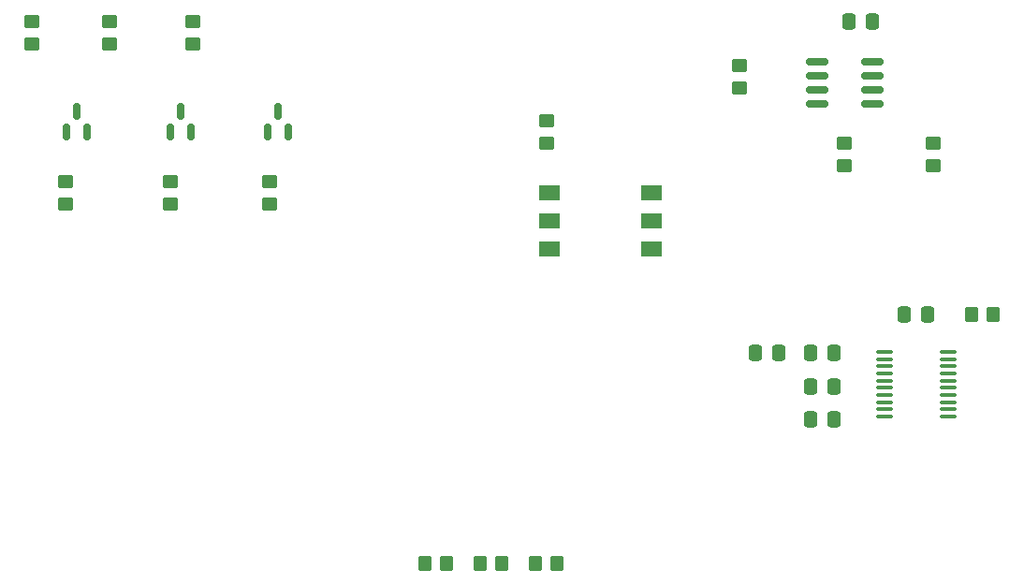
<source format=gbr>
%TF.GenerationSoftware,KiCad,Pcbnew,(5.99.0-11144-gea0c162604)*%
%TF.CreationDate,2021-09-24T14:59:39-05:00*%
%TF.ProjectId,The-Force-V2,5468652d-466f-4726-9365-2d56322e6b69,rev?*%
%TF.SameCoordinates,Original*%
%TF.FileFunction,Paste,Top*%
%TF.FilePolarity,Positive*%
%FSLAX46Y46*%
G04 Gerber Fmt 4.6, Leading zero omitted, Abs format (unit mm)*
G04 Created by KiCad (PCBNEW (5.99.0-11144-gea0c162604)) date 2021-09-24 14:59:39*
%MOMM*%
%LPD*%
G01*
G04 APERTURE LIST*
G04 Aperture macros list*
%AMRoundRect*
0 Rectangle with rounded corners*
0 $1 Rounding radius*
0 $2 $3 $4 $5 $6 $7 $8 $9 X,Y pos of 4 corners*
0 Add a 4 corners polygon primitive as box body*
4,1,4,$2,$3,$4,$5,$6,$7,$8,$9,$2,$3,0*
0 Add four circle primitives for the rounded corners*
1,1,$1+$1,$2,$3*
1,1,$1+$1,$4,$5*
1,1,$1+$1,$6,$7*
1,1,$1+$1,$8,$9*
0 Add four rect primitives between the rounded corners*
20,1,$1+$1,$2,$3,$4,$5,0*
20,1,$1+$1,$4,$5,$6,$7,0*
20,1,$1+$1,$6,$7,$8,$9,0*
20,1,$1+$1,$8,$9,$2,$3,0*%
G04 Aperture macros list end*
%ADD10RoundRect,0.250000X0.450000X-0.350000X0.450000X0.350000X-0.450000X0.350000X-0.450000X-0.350000X0*%
%ADD11RoundRect,0.250000X-0.337500X-0.475000X0.337500X-0.475000X0.337500X0.475000X-0.337500X0.475000X0*%
%ADD12RoundRect,0.250000X-0.450000X0.350000X-0.450000X-0.350000X0.450000X-0.350000X0.450000X0.350000X0*%
%ADD13RoundRect,0.250000X0.337500X0.475000X-0.337500X0.475000X-0.337500X-0.475000X0.337500X-0.475000X0*%
%ADD14RoundRect,0.250000X-0.350000X-0.450000X0.350000X-0.450000X0.350000X0.450000X-0.350000X0.450000X0*%
%ADD15RoundRect,0.100000X-0.637500X-0.100000X0.637500X-0.100000X0.637500X0.100000X-0.637500X0.100000X0*%
%ADD16RoundRect,0.250000X0.350000X0.450000X-0.350000X0.450000X-0.350000X-0.450000X0.350000X-0.450000X0*%
%ADD17RoundRect,0.150000X0.150000X-0.587500X0.150000X0.587500X-0.150000X0.587500X-0.150000X-0.587500X0*%
%ADD18RoundRect,0.150000X-0.825000X-0.150000X0.825000X-0.150000X0.825000X0.150000X-0.825000X0.150000X0*%
%ADD19R,1.944599X1.345400*%
G04 APERTURE END LIST*
D10*
%TO.C,R5*%
X117500000Y-57000000D03*
X117500000Y-55000000D03*
%TD*%
D11*
%TO.C,C1*%
X176925000Y-55000000D03*
X179000000Y-55000000D03*
%TD*%
D12*
%TO.C,R11*%
X167000000Y-59000000D03*
X167000000Y-61000000D03*
%TD*%
D10*
%TO.C,R2*%
X106000000Y-71500000D03*
X106000000Y-69500000D03*
%TD*%
D11*
%TO.C,C6*%
X181900000Y-81500000D03*
X183975000Y-81500000D03*
%TD*%
D10*
%TO.C,R3*%
X110000000Y-57000000D03*
X110000000Y-55000000D03*
%TD*%
%TO.C,R6*%
X124500000Y-71500000D03*
X124500000Y-69500000D03*
%TD*%
D13*
%TO.C,C5*%
X175500000Y-85000000D03*
X173425000Y-85000000D03*
%TD*%
D14*
%TO.C,R9*%
X143500000Y-104000000D03*
X145500000Y-104000000D03*
%TD*%
D15*
%TO.C,U2*%
X180137500Y-84875000D03*
X180137500Y-85525000D03*
X180137500Y-86175000D03*
X180137500Y-86825000D03*
X180137500Y-87475000D03*
X180137500Y-88125000D03*
X180137500Y-88775000D03*
X180137500Y-89425000D03*
X180137500Y-90075000D03*
X180137500Y-90725000D03*
X185862500Y-90725000D03*
X185862500Y-90075000D03*
X185862500Y-89425000D03*
X185862500Y-88775000D03*
X185862500Y-88125000D03*
X185862500Y-87475000D03*
X185862500Y-86825000D03*
X185862500Y-86175000D03*
X185862500Y-85525000D03*
X185862500Y-84875000D03*
%TD*%
D16*
%TO.C,R12*%
X189950000Y-81500000D03*
X187950000Y-81500000D03*
%TD*%
D10*
%TO.C,R4*%
X115500000Y-71500000D03*
X115500000Y-69500000D03*
%TD*%
D11*
%TO.C,C2*%
X168425000Y-85000000D03*
X170500000Y-85000000D03*
%TD*%
D17*
%TO.C,Q2*%
X115500000Y-65000000D03*
X117400000Y-65000000D03*
X116450000Y-63125000D03*
%TD*%
D10*
%TO.C,R1*%
X103000000Y-57000000D03*
X103000000Y-55000000D03*
%TD*%
D17*
%TO.C,Q3*%
X124300000Y-65000000D03*
X126200000Y-65000000D03*
X125250000Y-63125000D03*
%TD*%
D11*
%TO.C,C3*%
X173425000Y-88000000D03*
X175500000Y-88000000D03*
%TD*%
D12*
%TO.C,R14*%
X176500000Y-66000000D03*
X176500000Y-68000000D03*
%TD*%
D18*
%TO.C,U1*%
X174025000Y-58595000D03*
X174025000Y-59865000D03*
X174025000Y-61135000D03*
X174025000Y-62405000D03*
X178975000Y-62405000D03*
X178975000Y-61135000D03*
X178975000Y-59865000D03*
X178975000Y-58595000D03*
%TD*%
D14*
%TO.C,R8*%
X138500000Y-104000000D03*
X140500000Y-104000000D03*
%TD*%
%TO.C,R10*%
X148500000Y-104000000D03*
X150500000Y-104000000D03*
%TD*%
D17*
%TO.C,Q1*%
X106100000Y-65000000D03*
X108000000Y-65000000D03*
X107050000Y-63125000D03*
%TD*%
D11*
%TO.C,C4*%
X173425000Y-91000000D03*
X175500000Y-91000000D03*
%TD*%
D12*
%TO.C,R7*%
X149500000Y-64000000D03*
X149500000Y-66000000D03*
%TD*%
%TO.C,R13*%
X184500000Y-66000000D03*
X184500000Y-68000000D03*
%TD*%
D19*
%TO.C,TR1*%
X149779800Y-70460000D03*
X149779800Y-73000000D03*
X149779800Y-75540000D03*
X159000000Y-75540000D03*
X159000000Y-73000000D03*
X159000000Y-70460000D03*
%TD*%
M02*

</source>
